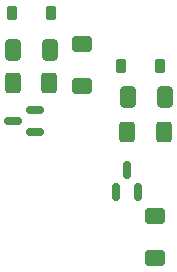
<source format=gbr>
%TF.GenerationSoftware,KiCad,Pcbnew,7.0.5*%
%TF.CreationDate,2023-06-23T15:01:08-05:00*%
%TF.ProjectId,Single.Channel.Amp,53696e67-6c65-42e4-9368-616e6e656c2e,rev?*%
%TF.SameCoordinates,Original*%
%TF.FileFunction,Paste,Bot*%
%TF.FilePolarity,Positive*%
%FSLAX46Y46*%
G04 Gerber Fmt 4.6, Leading zero omitted, Abs format (unit mm)*
G04 Created by KiCad (PCBNEW 7.0.5) date 2023-06-23 15:01:08*
%MOMM*%
%LPD*%
G01*
G04 APERTURE LIST*
G04 Aperture macros list*
%AMRoundRect*
0 Rectangle with rounded corners*
0 $1 Rounding radius*
0 $2 $3 $4 $5 $6 $7 $8 $9 X,Y pos of 4 corners*
0 Add a 4 corners polygon primitive as box body*
4,1,4,$2,$3,$4,$5,$6,$7,$8,$9,$2,$3,0*
0 Add four circle primitives for the rounded corners*
1,1,$1+$1,$2,$3*
1,1,$1+$1,$4,$5*
1,1,$1+$1,$6,$7*
1,1,$1+$1,$8,$9*
0 Add four rect primitives between the rounded corners*
20,1,$1+$1,$2,$3,$4,$5,0*
20,1,$1+$1,$4,$5,$6,$7,0*
20,1,$1+$1,$6,$7,$8,$9,0*
20,1,$1+$1,$8,$9,$2,$3,0*%
G04 Aperture macros list end*
%ADD10RoundRect,0.150000X0.150000X-0.587500X0.150000X0.587500X-0.150000X0.587500X-0.150000X-0.587500X0*%
%ADD11RoundRect,0.225000X-0.225000X-0.375000X0.225000X-0.375000X0.225000X0.375000X-0.225000X0.375000X0*%
%ADD12RoundRect,0.250000X0.600000X-0.400000X0.600000X0.400000X-0.600000X0.400000X-0.600000X-0.400000X0*%
%ADD13RoundRect,0.150000X0.587500X0.150000X-0.587500X0.150000X-0.587500X-0.150000X0.587500X-0.150000X0*%
%ADD14RoundRect,0.250000X-0.400000X-0.625000X0.400000X-0.625000X0.400000X0.625000X-0.400000X0.625000X0*%
%ADD15RoundRect,0.225000X0.225000X0.375000X-0.225000X0.375000X-0.225000X-0.375000X0.225000X-0.375000X0*%
%ADD16RoundRect,0.250000X0.412500X0.650000X-0.412500X0.650000X-0.412500X-0.650000X0.412500X-0.650000X0*%
G04 APERTURE END LIST*
D10*
%TO.C,Q2*%
X70130000Y-42750000D03*
X68230000Y-42750000D03*
X69180000Y-40875000D03*
%TD*%
D11*
%TO.C,D1*%
X59450000Y-27595000D03*
X62750000Y-27595000D03*
%TD*%
D12*
%TO.C,D3*%
X65395000Y-33725000D03*
X65395000Y-30225000D03*
%TD*%
D13*
%TO.C,Q1*%
X61382500Y-35745000D03*
X61382500Y-37645000D03*
X59507500Y-36695000D03*
%TD*%
D14*
%TO.C,R2*%
X69175000Y-37605000D03*
X72275000Y-37605000D03*
%TD*%
%TO.C,R1*%
X59480000Y-33470000D03*
X62580000Y-33470000D03*
%TD*%
D12*
%TO.C,D4*%
X71505000Y-48300000D03*
X71505000Y-44800000D03*
%TD*%
D15*
%TO.C,D2*%
X71945000Y-32030000D03*
X68645000Y-32030000D03*
%TD*%
D16*
%TO.C,C1*%
X62610000Y-30675000D03*
X59485000Y-30675000D03*
%TD*%
%TO.C,C2*%
X72390000Y-34710000D03*
X69265000Y-34710000D03*
%TD*%
M02*

</source>
